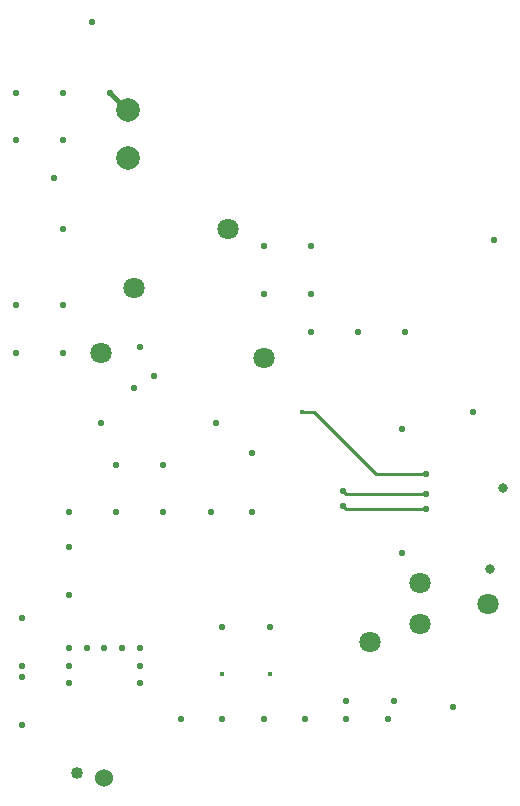
<source format=gbr>
%TF.GenerationSoftware,KiCad,Pcbnew,(5.1.9)-1*%
%TF.CreationDate,2021-03-12T11:46:57-05:00*%
%TF.ProjectId,SensorDemo,53656e73-6f72-4446-956d-6f2e6b696361,rev?*%
%TF.SameCoordinates,PX700e860PY7735940*%
%TF.FileFunction,Copper,L4,Bot*%
%TF.FilePolarity,Positive*%
%FSLAX46Y46*%
G04 Gerber Fmt 4.6, Leading zero omitted, Abs format (unit mm)*
G04 Created by KiCad (PCBNEW (5.1.9)-1) date 2021-03-12 11:46:57*
%MOMM*%
%LPD*%
G01*
G04 APERTURE LIST*
%TA.AperFunction,ComponentPad*%
%ADD10C,1.800000*%
%TD*%
%TA.AperFunction,SMDPad,CuDef*%
%ADD11C,2.000000*%
%TD*%
%TA.AperFunction,ViaPad*%
%ADD12C,0.550000*%
%TD*%
%TA.AperFunction,ViaPad*%
%ADD13C,1.016000*%
%TD*%
%TA.AperFunction,ViaPad*%
%ADD14C,0.400000*%
%TD*%
%TA.AperFunction,ViaPad*%
%ADD15C,0.800000*%
%TD*%
%TA.AperFunction,ViaPad*%
%ADD16C,1.524000*%
%TD*%
%TA.AperFunction,Conductor*%
%ADD17C,0.254000*%
%TD*%
%TA.AperFunction,Conductor*%
%ADD18C,0.381000*%
%TD*%
G04 APERTURE END LIST*
D10*
%TO.P,Vsen,1*%
%TO.N,/Vsen*%
X13000000Y43500000D03*
%TD*%
%TO.P,Vdac,1*%
%TO.N,Net-(U3-Pad7)*%
X10250000Y38000000D03*
%TD*%
%TO.P,sensVal,1*%
%TO.N,/sensVal*%
X24000000Y37500000D03*
%TD*%
%TO.P,5V,1*%
%TO.N,+5V*%
X43000000Y16750000D03*
%TD*%
%TO.P,3V3,1*%
%TO.N,+3V3*%
X21000000Y48500000D03*
%TD*%
%TO.P,~CS,1*%
%TO.N,Net-(U2-Pad15)*%
X33000000Y13500000D03*
%TD*%
%TO.P,DIN,1*%
%TO.N,Net-(U2-Pad16)*%
X37250000Y15000000D03*
%TD*%
%TO.P,SCK,1*%
%TO.N,Net-(U2-Pad17)*%
X37250000Y18500000D03*
%TD*%
D11*
%TO.P,TP3,1*%
%TO.N,/Vsen*%
X12500000Y54500000D03*
%TD*%
%TO.P,TP4,1*%
%TO.N,Net-(R9-Pad1)*%
X12500000Y58500000D03*
%TD*%
D12*
%TO.N,GND*%
X20000000Y32000000D03*
X10250000Y32000000D03*
X14750000Y36000000D03*
X3000000Y42000000D03*
X7000000Y42000000D03*
X3000000Y60000000D03*
X7000000Y60000000D03*
X9500000Y66000000D03*
X28000000Y47000000D03*
X24000000Y47000000D03*
X28000000Y39750000D03*
X35750000Y31500000D03*
X35750000Y21000000D03*
X7500000Y24500000D03*
X11500000Y24500000D03*
X15500000Y24500000D03*
X19500000Y24500000D03*
X7500000Y21500000D03*
X7500000Y17500000D03*
D13*
X8200000Y2400000D03*
D12*
X17000000Y7000000D03*
X20500000Y7000000D03*
X24000000Y7000000D03*
X27500000Y7000000D03*
X31000000Y7000000D03*
X34500000Y7000000D03*
D14*
X20500000Y10750000D03*
X24500000Y10750000D03*
D12*
X31000000Y8500000D03*
X3500000Y6500000D03*
X3500000Y15500000D03*
X23000000Y29500000D03*
X6250000Y52750000D03*
X23000000Y24500000D03*
X13500000Y38500000D03*
X43500000Y47500000D03*
X40000000Y8000000D03*
D15*
X43200000Y19700000D03*
D12*
X41750000Y33000000D03*
%TO.N,+3V3*%
X7500000Y13000000D03*
X9000000Y13000000D03*
X10500000Y13000000D03*
X12000000Y13000000D03*
X13500000Y13000000D03*
X13500000Y11500000D03*
X13500000Y10000000D03*
X7500000Y11500000D03*
X7500000Y10000000D03*
X3000000Y38000000D03*
X7000000Y38000000D03*
X11500000Y28500000D03*
X15500000Y28500000D03*
X13000000Y35000000D03*
X3000000Y56000000D03*
X7000000Y56000000D03*
X24000000Y43000000D03*
X28000000Y43000000D03*
X32000000Y39750000D03*
X36000000Y39750000D03*
X20500000Y14750000D03*
X24500000Y14750000D03*
X35000000Y8500000D03*
D16*
X10500000Y2000000D03*
D12*
X3500000Y10500000D03*
X3500000Y11500000D03*
X7000000Y48500000D03*
D15*
X44250000Y26500000D03*
D12*
%TO.N,/PGD*%
X30750000Y25000000D03*
X37750000Y24750000D03*
%TO.N,/PGC*%
X30750000Y26250000D03*
X37750000Y26000000D03*
%TO.N,Net-(R9-Pad1)*%
X11000000Y60000000D03*
D14*
%TO.N,/Vsen*%
X12500000Y54500000D03*
D12*
%TO.N,/~MCLR*%
X37750000Y27750000D03*
D14*
X27250000Y33000000D03*
%TD*%
D17*
%TO.N,/PGD*%
X30750000Y25000000D02*
X31000000Y24750000D01*
X31000000Y24750000D02*
X37750000Y24750000D01*
%TO.N,/PGC*%
X31000000Y26000000D02*
X30750000Y26250000D01*
X37750000Y26000000D02*
X31000000Y26000000D01*
D18*
%TO.N,Net-(R9-Pad1)*%
X11000000Y60000000D02*
X12500000Y58500000D01*
D17*
%TO.N,/~MCLR*%
X37750000Y27750000D02*
X33500000Y27750000D01*
X28250000Y33000000D02*
X27250000Y33000000D01*
X33500000Y27750000D02*
X28250000Y33000000D01*
%TD*%
M02*

</source>
